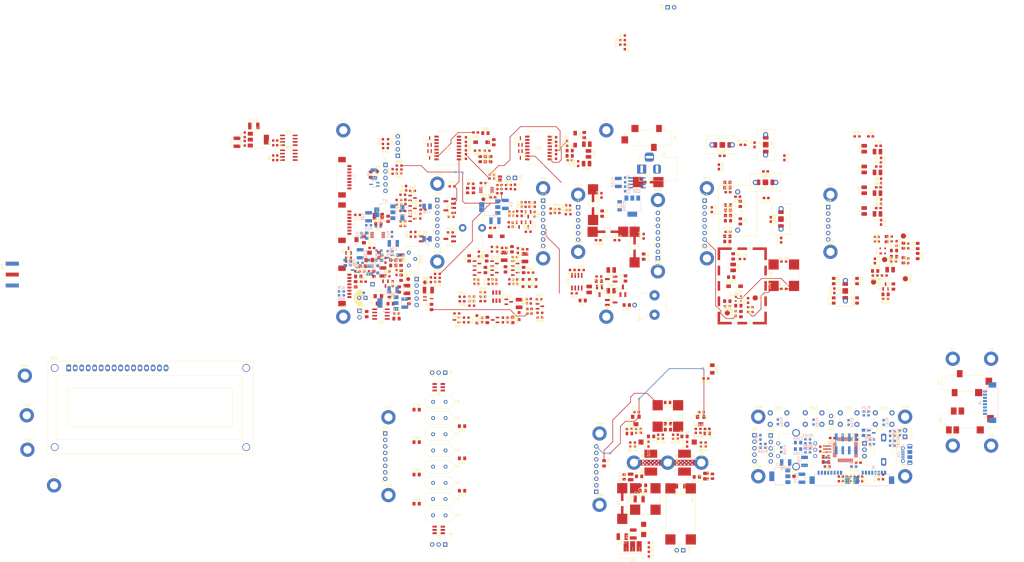
<source format=kicad_pcb>
(kicad_pcb (version 20211014) (generator pcbnew)

  (general
    (thickness 1.6)
  )

  (paper "A4")
  (layers
    (0 "F.Cu" signal)
    (31 "B.Cu" signal)
    (32 "B.Adhes" user "B.Adhesive")
    (33 "F.Adhes" user "F.Adhesive")
    (34 "B.Paste" user)
    (35 "F.Paste" user)
    (36 "B.SilkS" user "B.Silkscreen")
    (37 "F.SilkS" user "F.Silkscreen")
    (38 "B.Mask" user)
    (39 "F.Mask" user)
    (40 "Dwgs.User" user "User.Drawings")
    (41 "Cmts.User" user "User.Comments")
    (42 "Eco1.User" user "User.Eco1")
    (43 "Eco2.User" user "User.Eco2")
    (44 "Edge.Cuts" user)
    (45 "Margin" user)
    (46 "B.CrtYd" user "B.Courtyard")
    (47 "F.CrtYd" user "F.Courtyard")
    (48 "B.Fab" user)
    (49 "F.Fab" user)
    (50 "User.1" user)
    (51 "User.2" user)
    (52 "User.3" user)
    (53 "User.4" user)
    (54 "User.5" user)
    (55 "User.6" user)
    (56 "User.7" user)
    (57 "User.8" user)
    (58 "User.9" user)
  )

  (setup
    (stackup
      (layer "F.SilkS" (type "Top Silk Screen"))
      (layer "F.Paste" (type "Top Solder Paste"))
      (layer "F.Mask" (type "Top Solder Mask") (thickness 0.01))
      (layer "F.Cu" (type "copper") (thickness 0.035))
      (layer "dielectric 1" (type "core") (thickness 1.51) (material "FR4") (epsilon_r 4.5) (loss_tangent 0.02))
      (layer "B.Cu" (type "copper") (thickness 0.035))
      (layer "B.Mask" (type "Bottom Solder Mask") (thickness 0.01))
      (layer "B.Paste" (type "Bottom Solder Paste"))
      (layer "B.SilkS" (type "Bottom Silk Screen"))
      (copper_finish "None")
      (dielectric_constraints no)
    )
    (pad_to_mask_clearance 0)
    (pcbplotparams
      (layerselection 0x00010fc_ffffffff)
      (disableapertmacros false)
      (usegerberextensions false)
      (usegerberattributes true)
      (usegerberadvancedattributes true)
      (creategerberjobfile true)
      (svguseinch false)
      (svgprecision 6)
      (excludeedgelayer true)
      (plotframeref false)
      (viasonmask false)
      (mode 1)
      (useauxorigin false)
      (hpglpennumber 1)
      (hpglpenspeed 20)
      (hpglpendiameter 15.000000)
      (dxfpolygonmode true)
      (dxfimperialunits true)
      (dxfusepcbnewfont true)
      (psnegative false)
      (psa4output false)
      (plotreference true)
      (plotvalue true)
      (plotinvisibletext false)
      (sketchpadsonfab false)
      (subtractmaskfromsilk false)
      (outputformat 1)
      (mirror false)
      (drillshape 1)
      (scaleselection 1)
      (outputdirectory "")
    )
  )

  (net 0 "")
  (net 1 "+12V")
  (net 2 "GND")
  (net 3 "Net-(C2-Pad1)")
  (net 4 "Net-(C3-Pad1)")
  (net 5 "+9VA")
  (net 6 "/MIC")
  (net 7 "Net-(C6-Pad2)")
  (net 8 "+5VA")
  (net 9 "Net-(C10-Pad1)")
  (net 10 "Net-(C11-Pad1)")
  (net 11 "Net-(C11-Pad2)")
  (net 12 "Net-(C14-Pad1)")
  (net 13 "Net-(C14-Pad2)")
  (net 14 "Net-(C15-Pad1)")
  (net 15 "/BFO")
  (net 16 "Net-(C16-Pad1)")
  (net 17 "Net-(C16-Pad2)")
  (net 18 "Net-(C17-Pad1)")
  (net 19 "/Antenna Switch/TX")
  (net 20 "Net-(C18-Pad1)")
  (net 21 "Net-(C18-Pad2)")
  (net 22 "Net-(C19-Pad1)")
  (net 23 "Net-(C19-Pad2)")
  (net 24 "Net-(C20-Pad1)")
  (net 25 "Net-(C20-Pad2)")
  (net 26 "Net-(C22-Pad1)")
  (net 27 "Net-(C23-Pad1)")
  (net 28 "Net-(C23-Pad2)")
  (net 29 "Net-(C25-Pad1)")
  (net 30 "Net-(C25-Pad2)")
  (net 31 "Net-(C26-Pad1)")
  (net 32 "Net-(C27-Pad1)")
  (net 33 "Net-(C27-Pad2)")
  (net 34 "Net-(C28-Pad1)")
  (net 35 "+VRX")
  (net 36 "Net-(C31-Pad1)")
  (net 37 "Net-(C33-Pad1)")
  (net 38 "/Baseband/VAGC")
  (net 39 "Net-(C37-Pad1)")
  (net 40 "Net-(C39-Pad1)")
  (net 41 "Net-(C39-Pad2)")
  (net 42 "Net-(C40-Pad2)")
  (net 43 "Net-(C41-Pad2)")
  (net 44 "Net-(C42-Pad1)")
  (net 45 "/Baseband/SPKR_OUT")
  (net 46 "Net-(C43-Pad2)")
  (net 47 "Net-(C44-Pad2)")
  (net 48 "Net-(C45-Pad1)")
  (net 49 "Net-(C45-Pad2)")
  (net 50 "Net-(C46-Pad1)")
  (net 51 "Net-(C46-Pad2)")
  (net 52 "Net-(C47-Pad1)")
  (net 53 "Net-(C47-Pad2)")
  (net 54 "Net-(C48-Pad1)")
  (net 55 "Net-(C48-Pad2)")
  (net 56 "Net-(C49-Pad1)")
  (net 57 "Net-(C49-Pad2)")
  (net 58 "Net-(C50-Pad1)")
  (net 59 "Net-(C51-Pad2)")
  (net 60 "Net-(C52-Pad1)")
  (net 61 "Net-(C53-Pad1)")
  (net 62 "Net-(C53-Pad2)")
  (net 63 "Net-(C54-Pad2)")
  (net 64 "Net-(C55-Pad1)")
  (net 65 "Net-(C55-Pad2)")
  (net 66 "Net-(C56-Pad2)")
  (net 67 "Net-(C57-Pad2)")
  (net 68 "Net-(C58-Pad1)")
  (net 69 "Net-(C59-Pad2)")
  (net 70 "Net-(C60-Pad2)")
  (net 71 "Net-(C61-Pad1)")
  (net 72 "Net-(C62-Pad2)")
  (net 73 "Net-(C63-Pad2)")
  (net 74 "Net-(C64-Pad2)")
  (net 75 "Net-(C65-Pad1)")
  (net 76 "Net-(C65-Pad2)")
  (net 77 "Net-(C66-Pad2)")
  (net 78 "Net-(C67-Pad2)")
  (net 79 "Net-(C68-Pad1)")
  (net 80 "Net-(C69-Pad1)")
  (net 81 "Net-(C69-Pad2)")
  (net 82 "Net-(C70-Pad2)")
  (net 83 "Net-(C71-Pad2)")
  (net 84 "Net-(C72-Pad1)")
  (net 85 "Net-(C72-Pad2)")
  (net 86 "Net-(C73-Pad2)")
  (net 87 "Net-(C74-Pad2)")
  (net 88 "Net-(C75-Pad2)")
  (net 89 "Net-(C76-Pad1)")
  (net 90 "Net-(C76-Pad2)")
  (net 91 "Net-(C78-Pad1)")
  (net 92 "Net-(C80-Pad1)")
  (net 93 "Net-(C80-Pad2)")
  (net 94 "Net-(C81-Pad1)")
  (net 95 "Net-(C81-Pad2)")
  (net 96 "Net-(C82-Pad1)")
  (net 97 "Net-(C82-Pad2)")
  (net 98 "Net-(C83-Pad2)")
  (net 99 "Net-(C86-Pad1)")
  (net 100 "Net-(C86-Pad2)")
  (net 101 "Net-(C87-Pad2)")
  (net 102 "Net-(C90-Pad2)")
  (net 103 "/70MHz VHF Frontend/VHF_RX")
  (net 104 "/70MHz VHF Frontend/TX_FROM_MIX")
  (net 105 "Net-(C94-Pad2)")
  (net 106 "Net-(C96-Pad2)")
  (net 107 "Net-(C100-Pad2)")
  (net 108 "Net-(C101-Pad2)")
  (net 109 "Net-(C102-Pad2)")
  (net 110 "Net-(C103-Pad1)")
  (net 111 "Net-(C104-Pad2)")
  (net 112 "Net-(C106-Pad1)")
  (net 113 "Net-(C107-Pad2)")
  (net 114 "Net-(C108-Pad1)")
  (net 115 "Net-(C109-Pad2)")
  (net 116 "/70MHz VHF Frontend/+VTX_FE")
  (net 117 "Net-(C111-Pad2)")
  (net 118 "Net-(C112-Pad1)")
  (net 119 "Net-(C112-Pad2)")
  (net 120 "Net-(C114-Pad2)")
  (net 121 "Net-(C115-Pad2)")
  (net 122 "Net-(C118-Pad2)")
  (net 123 "Net-(C120-Pad1)")
  (net 124 "Net-(C120-Pad2)")
  (net 125 "Net-(C121-Pad1)")
  (net 126 "Net-(C125-Pad2)")
  (net 127 "Net-(C126-Pad1)")
  (net 128 "Net-(C128-Pad1)")
  (net 129 "Net-(C128-Pad2)")
  (net 130 "Net-(C129-Pad1)")
  (net 131 "/70MHz VHF Frontend/RX_TO_MIX")
  (net 132 "/70MHz VHF Frontend/VHF_TX")
  (net 133 "Net-(C136-Pad2)")
  (net 134 "VGG1")
  (net 135 "Net-(C140-Pad1)")
  (net 136 "Net-(C140-Pad2)")
  (net 137 "Net-(C143-Pad1)")
  (net 138 "Net-(C143-Pad2)")
  (net 139 "Net-(C144-Pad1)")
  (net 140 "Net-(C144-Pad2)")
  (net 141 "VGG2")
  (net 142 "Net-(C147-Pad1)")
  (net 143 "Net-(C147-Pad2)")
  (net 144 "Net-(C148-Pad1)")
  (net 145 "Net-(C148-Pad2)")
  (net 146 "/Control on separate board/GPIO_PA4")
  (net 147 "/PA 70MHz/VG_5V")
  (net 148 "Net-(C155-Pad2)")
  (net 149 "Net-(C156-Pad2)")
  (net 150 "Net-(C159-Pad2)")
  (net 151 "/Control on separate board/ENC_B")
  (net 152 "/Control on separate board/ENC_A")
  (net 153 "/Control on separate board/3.3V_UI")
  (net 154 "Net-(C169-Pad1)")
  (net 155 "Net-(C171-Pad1)")
  (net 156 "Net-(C172-Pad1)")
  (net 157 "Net-(C173-Pad2)")
  (net 158 "/Control on separate board/CW_TONE")
  (net 159 "Net-(C176-Pad1)")
  (net 160 "/Control on separate board/5V")
  (net 161 "Net-(C116-Pad1)")
  (net 162 "Net-(D5-Pad1)")
  (net 163 "Net-(D5-Pad2)")
  (net 164 "Net-(D6-Pad1)")
  (net 165 "Net-(D6-Pad2)")
  (net 166 "Net-(D7-Pad2)")
  (net 167 "Net-(D8-Pad2)")
  (net 168 "Net-(D9-Pad1)")
  (net 169 "Net-(D10-Pad3)")
  (net 170 "Net-(D10-Pad1)")
  (net 171 "Net-(D11-Pad1)")
  (net 172 "Net-(D11-Pad3)")
  (net 173 "Net-(D13-Pad2)")
  (net 174 "Net-(D14-Pad2)")
  (net 175 "Net-(D15-Pad2)")
  (net 176 "Net-(D16-Pad1)")
  (net 177 "Net-(D16-Pad2)")
  (net 178 "Net-(D16-Pad3)")
  (net 179 "Net-(D17-Pad3)")
  (net 180 "Net-(D18-Pad1)")
  (net 181 "Net-(D18-Pad2)")
  (net 182 "Net-(D18-Pad3)")
  (net 183 "Net-(D19-Pad3)")
  (net 184 "Net-(D20-Pad2)")
  (net 185 "Net-(D21-Pad2)")
  (net 186 "/Control on separate board/STATUSn")
  (net 187 "Net-(D23-Pad2)")
  (net 188 "unconnected-(DS1-Pad1)")
  (net 189 "unconnected-(DS1-Pad2)")
  (net 190 "unconnected-(DS1-Pad3)")
  (net 191 "unconnected-(DS1-Pad4)")
  (net 192 "unconnected-(DS1-Pad5)")
  (net 193 "unconnected-(DS1-Pad6)")
  (net 194 "unconnected-(DS1-Pad7)")
  (net 195 "unconnected-(DS1-Pad8)")
  (net 196 "unconnected-(DS1-Pad9)")
  (net 197 "unconnected-(DS1-Pad10)")
  (net 198 "unconnected-(DS1-Pad11)")
  (net 199 "unconnected-(DS1-Pad12)")
  (net 200 "unconnected-(DS1-Pad13)")
  (net 201 "unconnected-(DS1-Pad14)")
  (net 202 "unconnected-(DS1-Pad15)")
  (net 203 "unconnected-(DS1-Pad16)")
  (net 204 "Net-(FB1-Pad2)")
  (net 205 "unconnected-(J3-PadNC)")
  (net 206 "Net-(J3-PadR1)")
  (net 207 "unconnected-(J3-PadR2)")
  (net 208 "Net-(J3-PadS)")
  (net 209 "Net-(J3-PadT)")
  (net 210 "unconnected-(J3-PadTN)")
  (net 211 "Net-(J4-PadR)")
  (net 212 "Net-(J4-PadTN)")
  (net 213 "/CW_RING")
  (net 214 "/CW_TIP")
  (net 215 "unconnected-(J5-PadTN)")
  (net 216 "unconnected-(J6-Pad5)")
  (net 217 "Net-(J7-Pad1)")
  (net 218 "unconnected-(J7-Pad4)")
  (net 219 "/Baseband/SPKR_DET")
  (net 220 "/Control on separate board/CW_TIP")
  (net 221 "/Control on separate board/CW_RING")
  (net 222 "/Control on separate board/CW_KEYn")
  (net 223 "/Control on separate board/MIC_PTTn")
  (net 224 "/Control on separate board/EN_TX")
  (net 225 "/Control on separate board/EN_RX")
  (net 226 "/Control on separate board/S_METER")
  (net 227 "/Control on separate board/SCL")
  (net 228 "/Control on separate board/SDA")
  (net 229 "/Control on separate board/MUTE_MICn")
  (net 230 "/Control on separate board/SPKR_VOL")
  (net 231 "/Baseband/GPIO_XTAL")
  (net 232 "/EN_VRX")
  (net 233 "/EN_VTX")
  (net 234 "/MIC_PTTn")
  (net 235 "/Baseband/CW_KEYn")
  (net 236 "/Baseband/CW_TONE")
  (net 237 "Net-(Q30-Pad5)")
  (net 238 "/Baseband/SPKR_VOL")
  (net 239 "/MUTE_MICn")
  (net 240 "/SDA")
  (net 241 "/SCL")
  (net 242 "/S_METER")
  (net 243 "/Baseband/VHF_IN")
  (net 244 "/Baseband/VHF_OUT")
  (net 245 "/CLK1")
  (net 246 "Net-(J22-Pad2)")
  (net 247 "+VTX")
  (net 248 "Net-(J24-Pad2)")
  (net 249 "unconnected-(J24-Pad4)")
  (net 250 "unconnected-(J24-Pad5)")
  (net 251 "Net-(J24-Pad7)")
  (net 252 "/Control on separate board/DISP_LAT")
  (net 253 "/Control on separate board/I2C2_SDA")
  (net 254 "/Control on separate board/I2C2_SCL")
  (net 255 "/Control on separate board/PC14")
  (net 256 "/Control on separate board/PC13")
  (net 257 "Net-(C93-Pad1)")
  (net 258 "/Control on separate board/PA0")
  (net 259 "/Control on separate board/USART1_TX")
  (net 260 "/Control on separate board/USART1_RX")
  (net 261 "/Control on separate board/PB15")
  (net 262 "unconnected-(J34-Pad1)")
  (net 263 "/Control on separate board/USB_DM")
  (net 264 "/Control on separate board/USB_DP")
  (net 265 "Net-(J34-Pad4)")
  (net 266 "/Control on separate board/SWCLK")
  (net 267 "/Control on separate board/SWDIO")
  (net 268 "/Control on separate board/RESETn")
  (net 269 "/LO1")
  (net 270 "Net-(L14-Pad1)")
  (net 271 "Net-(L15-Pad1)")
  (net 272 "Net-(L19-Pad1)")
  (net 273 "Net-(L21-Pad2)")
  (net 274 "Net-(L23-Pad2)")
  (net 275 "Net-(L25-Pad2)")
  (net 276 "Net-(L39-Pad2)")
  (net 277 "Net-(L40-Pad2)")
  (net 278 "Net-(Q1-Pad1)")
  (net 279 "Net-(Q2-Pad4)")
  (net 280 "Net-(Q3-Pad4)")
  (net 281 "Net-(Q6-Pad1)")
  (net 282 "Net-(Q7-Pad1)")
  (net 283 "Net-(Q10-Pad1)")
  (net 284 "Net-(Q10-Pad2)")
  (net 285 "Net-(Q11-Pad1)")
  (net 286 "Net-(Q11-Pad3)")
  (net 287 "Net-(Q13-Pad1)")
  (net 288 "Net-(Q14-Pad2)")
  (net 289 "Net-(Q14-Pad3)")
  (net 290 "Net-(Q16-Pad2)")
  (net 291 "Net-(Q18-Pad2)")
  (net 292 "Net-(Q20-Pad1)")
  (net 293 "Net-(Q21-Pad1)")
  (net 294 "Net-(Q23-Pad1)")
  (net 295 "Net-(Q24-Pad4)")
  (net 296 "/70MHz VHF Frontend/+VRX_FE")
  (net 297 "Net-(Q30-Pad4)")
  (net 298 "Net-(R22-Pad2)")
  (net 299 "Net-(R23-Pad2)")
  (net 300 "Net-(R28-Pad2)")
  (net 301 "Net-(R31-Pad1)")
  (net 302 "Net-(R31-Pad2)")
  (net 303 "Net-(R35-Pad1)")
  (net 304 "Net-(R36-Pad1)")
  (net 305 "Net-(R93-Pad1)")
  (net 306 "Net-(R103-Pad2)")
  (net 307 "Net-(R104-Pad2)")
  (net 308 "Net-(R100-Pad1)")
  (net 309 "Net-(R101-Pad1)")
  (net 310 "Net-(R111-Pad2)")
  (net 311 "Net-(R140-Pad1)")
  (net 312 "Net-(J27-Pad1)")
  (net 313 "Net-(R157-Pad1)")
  (net 314 "Net-(R159-Pad1)")
  (net 315 "Net-(R160-Pad1)")
  (net 316 "Net-(R161-Pad2)")
  (net 317 "/Control on separate board/BTN0")
  (net 318 "/Control on separate board/BTN1")
  (net 319 "/Control on separate board/BTN2")
  (net 320 "/Control on separate board/BTN3")
  (net 321 "Net-(R168-Pad1)")
  (net 322 "/Control on separate board/ENC_BTN")
  (net 323 "/Control on separate board/XTAL1")
  (net 324 "/Control on separate board/XTAL2")
  (net 325 "/Control on separate board/PWM_CW")
  (net 326 "/Control on separate board/MUTE_SPKR")
  (net 327 "Net-(R178-Pad2)")
  (net 328 "Net-(R179-Pad2)")
  (net 329 "Net-(R180-Pad2)")
  (net 330 "/Control on separate board/BOOT0")
  (net 331 "/Control on separate board/BOOT1")
  (net 332 "unconnected-(T3-Pad2)")
  (net 333 "unconnected-(T5-Pad2)")
  (net 334 "unconnected-(TR1-Pad10)")
  (net 335 "unconnected-(TR1-Pad15)")
  (net 336 "unconnected-(TR2-Pad10)")
  (net 337 "unconnected-(TR2-Pad15)")
  (net 338 "Net-(U4-Pad3)")
  (net 339 "/+3V3_CLK")
  (net 340 "unconnected-(U11-Pad40)")
  (net 341 "Net-(D22-Pad2)")
  (net 342 "unconnected-(T4-Pad2)")
  (net 343 "/Antenna Switch/RX")
  (net 344 "/Baseband/3V3_MIC")
  (net 345 "Net-(C38-Pad1)")
  (net 346 "Net-(L22-Pad2)")
  (net 347 "Net-(L27-Pad2)")
  (net 348 "Net-(L29-Pad2)")
  (net 349 "Net-(L31-Pad2)")
  (net 350 "unconnected-(J13-Pad1)")
  (net 351 "unconnected-(J14-Pad1)")
  (net 352 "unconnected-(U11-Pad1)")
  (net 353 "Net-(C119-Pad1)")
  (net 354 "/Antenna Switch/ANT")
  (net 355 "/Antenna Switch/V_{PIN}")
  (net 356 "Net-(Q26-Pad5)")
  (net 357 "Net-(Q26-Pad7)")
  (net 358 "/TX_to_PA")
  (net 359 "/Baseband/AGC_to_METER")
  (net 360 "Net-(C138-Pad2)")
  (net 361 "/PA 70MHz/V_{DD}")
  (net 362 "Net-(C154-Pad1)")
  (net 363 "Net-(J27-Pad2)")
  (net 364 "Net-(R136-Pad1)")
  (net 365 "Net-(T9-Pad4)")
  (net 366 "Net-(J17-Pad1)")
  (net 367 "Net-(D24-Pad3)")

  (footprint "Capacitor_SMD:C_0603_1608Metric_Pad1.08x0.95mm_HandSolder" (layer "F.Cu") (at 219.71 160.02 -90))

  (footprint "Resistor_SMD:R_0603_1608Metric_Pad0.98x0.95mm_HandSolder" (layer "F.Cu") (at 224.663 66.167 -90))

  (footprint "Crystal:Crystal_HC49-U_Vertical" (layer "F.Cu") (at 51.663 155.25))

  (footprint "Resistor_SMD:R_0603_1608Metric_Pad0.98x0.95mm_HandSolder" (layer "F.Cu") (at 132.08 141.986))

  (footprint "Resistor_SMD:R_0603_1608Metric_Pad0.98x0.95mm_HandSolder" (layer "F.Cu") (at 89.916 79.248))

  (footprint "Package_SO:MSOP-10_3x3mm_P0.5mm" (layer "F.Cu") (at 29.972 64.516))

  (footprint "Connector_Molex:Molex_PicoBlade_53261-0871_1x08-1MP_P1.25mm_Horizontal" (layer "F.Cu") (at 16.495 41.91 -90))

  (footprint "mpb:four_4mm_pads_narrow" (layer "F.Cu") (at 143.51 135.382 -90))

  (footprint "Potentiometer_SMD:Potentiometer_Bourns_3214W_Vertical" (layer "F.Cu") (at 23.114 66.294 -90))

  (footprint "Potentiometer_SMD:Potentiometer_Bourns_3214W_Vertical" (layer "F.Cu") (at 26.67 72.898 180))

  (footprint "Resistor_SMD:R_0603_1608Metric_Pad0.98x0.95mm_HandSolder" (layer "F.Cu") (at 237.744 74.676 90))

  (footprint "Capacitor_SMD:C_0603_1608Metric_Pad1.08x0.95mm_HandSolder" (layer "F.Cu") (at 183.896 58.42 -90))

  (footprint "Package_TO_SOT_SMD:SOT-223-3_TabPin2" (layer "F.Cu") (at -16.764 27.178))

  (footprint "Resistor_SMD:R_0603_1608Metric_Pad0.98x0.95mm_HandSolder" (layer "F.Cu") (at 59.0785 45.466))

  (footprint "Capacitor_SMD:C_0603_1608Metric_Pad1.08x0.95mm_HandSolder" (layer "F.Cu") (at 41.0695 46.228 90))

  (footprint "Capacitor_SMD:C_1210_3225Metric_Pad1.33x2.70mm_HandSolder" (layer "F.Cu") (at -18.542 21.844))

  (footprint "Resistor_SMD:R_0603_1608Metric_Pad0.98x0.95mm_HandSolder" (layer "F.Cu") (at 228.346 80.391 180))

  (footprint "Capacitor_SMD:C_0805_2012Metric_Pad1.18x1.45mm_HandSolder" (layer "F.Cu") (at 143.637 138.43))

  (footprint "Capacitor_SMD:C_0805_2012Metric_Pad1.18x1.45mm_HandSolder" (layer "F.Cu") (at 143.6155 140.716))

  (footprint "Diode_SMD:D_SOD-123F" (layer "F.Cu") (at 86.868 83.312 90))

  (footprint "Resistor_SMD:R_0603_1608Metric_Pad0.98x0.95mm_HandSolder" (layer "F.Cu") (at 38.354 40.386 180))

  (footprint "mpb:PLD-1.5W" (layer "F.Cu") (at 136.906 153.67))

  (footprint "Capacitor_SMD:C_0805_2012Metric_Pad1.18x1.45mm_HandSolder" (layer "F.Cu") (at 118.618 153.924 -90))

  (footprint "Capacitor_SMD:C_0805_2012Metric_Pad1.18x1.45mm_HandSolder" (layer "F.Cu") (at 208.534 82.55 -90))

  (footprint "Resistor_SMD:R_0805_2012Metric" (layer "F.Cu") (at 126.492 159.258 90))

  (footprint "Connector_BarrelJack:BarrelJack_Horizontal" (layer "F.Cu") (at 133.35 38.735 180))

  (footprint "Inductor_SMD:L_1008_2520Metric_Pad1.43x2.20mm_HandSolder" (layer "F.Cu") (at 220.472 30.734 90))

  (footprint "Connector_Molex:Molex_PicoBlade_53261-0871_1x08-1MP_P1.25mm_Horizontal" (layer "F.Cu") (at 16.495 59.69 -90))

  (footprint "Package_TO_SOT_SMD:SOT-23" (layer "F.Cu") (at 60.96 97.79 180))

  (footprint "MountingHole:MountingHole_3.2mm_M3_DIN965_Pad" (layer "F.Cu") (at 179 135.686))

  (footprint "Resistor_SMD:R_0603_1608Metric_Pad0.98x0.95mm_HandSolder" (layer "F.Cu") (at -10.922 28.448 90))

  (footprint "Resistor_SMD:R_0603_1608Metric_Pad0.98x0.95mm_HandSolder" (layer "F.Cu") (at 46.6575 52.07 90))

  (footprint "Capacitor_SMD:C_0805_2012Metric_Pad1.18x1.45mm_HandSolder" (layer "F.Cu") (at 168.402 81.026 180))

  (footprint "Inductor_SMD:L_1008_2520Metric_Pad1.43x2.20mm_HandSolder" (layer "F.Cu") (at 111.8675 28.956))

  (footprint "Package_TO_SOT_SMD:SOT-23_Handsoldering" (layer "F.Cu") (at 58.166 54.864 180))

  (footprint "Capacitor_SMD:C_0805_2012Metric_Pad1.18x1.45mm_HandSolder" (layer "F.Cu") (at 117.856 56.134 -90))

  (footprint "Capacitor_SMD:C_0603_1608Metric_Pad1.08x0.95mm_HandSolder" (layer "F.Cu") (at 40.8155 51.562 90))

  (footprint "mpb:two_4mm_pads" (layer "F.Cu") (at 135.89 43.815 -90))

  (footprint "Inductor_SMD:L_1008_2520Metric_Pad1.43x2.20mm_HandSolder" (layer "F.Cu") (at 220.472 55.118 90))

  (footprint "Capacitor_SMD:C_0805_2012Metric_Pad1.18x1.45mm_HandSolder" (layer "F.Cu") (at 82.804 97.79 -90))

  (footprint "Capacitor_SMD:C_0603_1608Metric_Pad1.08x0.95mm_HandSolder" (layer "F.Cu") (at 91.44 52.578 90))

  (footprint "Resistor_SMD:R_0603_1608Metric_Pad0.98x0.95mm_HandSolder" (layer "F.Cu") (at 39.7995 48.768))

  (footprint "Resistor_SMD:R_0603_1608Metric_Pad0.98x0.95mm_HandSolder" (layer "F.Cu") (at 203.27 148.323 -90))

  (footprint "Inductor_SMD:L_0805_2012Metric_Pad1.15x1.40mm_HandSolder" (layer "F.Cu") (at 167.132 52.832 180))

  (footprint "TestPoint:TestPoint_Pad_D2.0mm" (layer "F.Cu") (at 236.601 81.661 -90))

  (footprint "Resistor_SMD:R_0603_1608Metric_Pad0.98x0.95mm_HandSolder" (layer "F.Cu") (at 129.794 147.32 180))

  (footprint "Package_TO_SOT_SMD:SOT-323_SC-70_Handsoldering" (layer "F.Cu") (at 50.292 27.9185 90))

  (footprint "Resistor_SMD:R_0603_1608Metric_Pad0.98x0.95mm_HandSolder" (layer "F.Cu") (at 136.144 189.484 -90))

  (footprint "Resistor_SMD:R_0603_1608Metric_Pad0.98x0.95mm_HandSolder" (layer "F.Cu") (at 74.676 70.104 -90))

  (footprint "Capacitor_SMD:C_0603_1608Metric_Pad1.08x0.95mm_HandSolder" (layer "F.Cu") (at 76.454 82.804 90))

  (footprint "Potentiometer_SMD:Potentiometer_Bourns_3214W_Vertical" (layer "F.Cu") (at 156.464 137.16))

  (footprint "Capacitor_SMD:C_0805_2012Metric_Pad1.18x1.45mm_HandSolder" (layer "F.Cu") (at 241.427 68.834 90))

  (footprint "MountingHole:MountingHole_3.2mm_M3_DIN965_Pad" (layer "F.Cu") (at 94.742 73.645))

  (footprint "MountingHole:MountingHole_3.2mm_M3_DIN965_Pad" (layer "F.Cu") (at 207.264 48.768))

  (footprint "Capacitor_SMD:C_0805_2012Metric_Pad1.18x1.45mm_HandSolder" (layer "F.Cu")
    (tedit 5F68FEEF) (tstamp 174737b3-41ef-47be-8a8a-917825ca1e7f)
    (at 63.003 139.375 180)
    (descr "Capacitor SMD 0805 (2012 Metric), square (rectangular) end terminal, IPC_7351 nominal with elongated pad for handsoldering. (Body size source: IPC-SM-782 page 76, https://www.pcb-3d.com/wordpress/wp-content/uploads/ipc-sm-782a_amendment_1_and_2.pdf, https://docs.google.com/spreadsheets/d/1BsfQQcO9C6DZCsRaXUlFlo91Tg2WpOkGARC1WS5S8t0/edit?usp=sharing), generated with kicad-footprint-generator")
    (tags "capacitor handsolder")
    (property "MPN" "VJ0805A680GXAPW1BC")
    (property "Need_order" "1")
    (property "Sheetfile" "baseband.kicad_sch")
    (property "Sheetname" "Baseband")
    (path "/691ab6db-80d5-4c97-9e5f-aae234327d27/3362462d-aa48-4506-8fdc-fed4c6bd7feb")
    (attr smd)
    (fp_text reference "C67" (at 0 -1.68) (layer "F.SilkS")
      (effects (font (size 1 1) (thickness 0.15)))
      (tstamp c3d453f9-ad0f-4b32-9d99-ec9150333795)
    )
    (fp_text value "68pF" (at 0 1.68) (layer "F.Fab")
      (effects (font (size 1 1) (thickness 0.15)))
      (tstamp df1e6a69-fb46-4c43-8180-7af0407465be)
    )
    (fp_text user "${REFERENCE}" (at 0 0) (layer "F.Fab")
      (effects (font (size 0.5 0.5) (thickness 0.08)))
      (tstamp 5b98a7b7-7040-437b-85a6-b9ab158d28e7)
    )
    (fp_line (start -0.261252 0.735) (end 0.261252 0.735) (layer "F.SilkS") (width 0.12) (tstamp 00aa8086-79c9-494b-acf2-7649d209f806))
    (fp_line (start -0.261252 -0.735) (end 0.261252 -0.735) (layer "F.SilkS") (width 0.12) (tstamp 2cb2d269-b660-42ba-ab04-68520ab7fffc))
    (fp_line (start 1.88 -0.98) (end 1.88 0.98) (layer "F.CrtYd") (width 0.05) (tstamp 07adf011-8934-4eaf-ac0e-86906f687f45))
    (fp_line (start -1.88 -0.98) (end 1.88 -0.98) (layer "F.CrtYd") (width 0.05) (tstamp ba172045-d59c-477c-9116-13fa11a0e330))
    (fp_line (start -1.88 0.98) (end -1.88 -0.98) (layer "F.CrtYd") (width 0.05) (tstamp ce55dcb8-a57c-49f1-be7b-5e6c51c41ae9))
    (fp_line (start 1.88 0.98) (end -1.88 0.98) (layer "F.CrtYd") (width 0.05) (tstamp d437b26c-7f87-4ee1-8e25-ae7e62744522))
    (fp_line (start -1 0.625) (end -1 -0.625) (layer "F.Fab") (width 0.1) (tstamp 1c6305e9-5784-449c-b9bb-97c30de6d575))
    (fp_line (start -1 -0.625) (end 1 -0.625) (layer "F.Fab") (width 0.1) (tstamp 2ebd2bd7-36f0-4296-aa20-d1cd2343b8ca))
    (fp_line (start 1 0.625) (end -1 0.625) (layer "F.Fab") (width 0.1) (tstamp d3dbc510-4900-4e29-8ed9-b61f0f522582))
    (fp_line (start 1 -0.625) (end 1 0.625) (layer "F.Fab") (width 0.1) (tstamp d862bb70-974c-40f0-8aba-e314204a071b))
    (pad "1" smd roundrect (at -1.0375 0 180) (size 1.175 1.45) (layers "F.Cu" "F.Paste" "F.Mask") (roundrect_rratio 0.212766)
      (net 2 "GND") (pintype "passive") (tstamp 89cecc71-e17f-4f74-802c-ba65cadec87f))
    (pad "2" smd roundrect (at 1.0375 0 180) (size 1.175 1.45) (layers "F.Cu" "F.Paste" "F.Mask") (roundrect_rratio
... [1843701 chars truncated]
</source>
